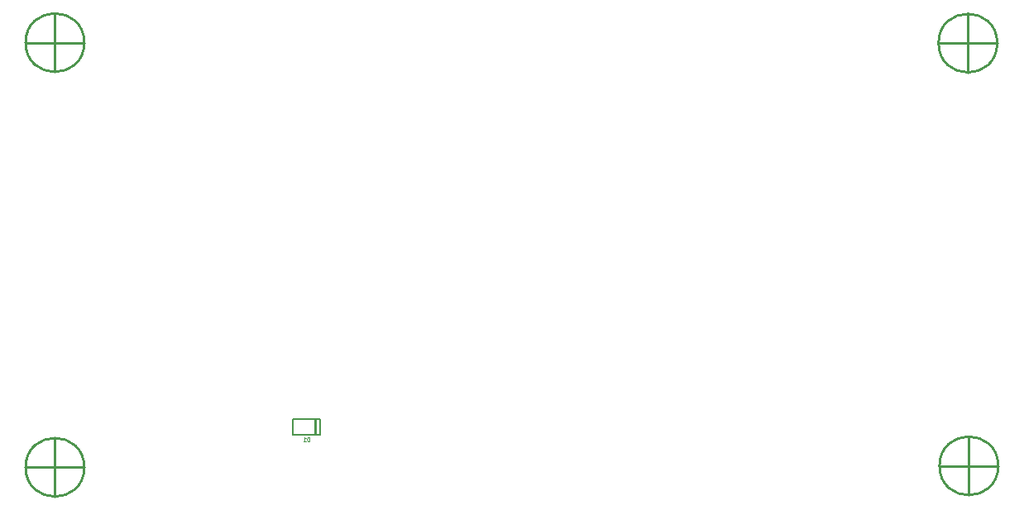
<source format=gbr>
G04 #@! TF.FileFunction,Legend,Bot*
%FSLAX46Y46*%
G04 Gerber Fmt 4.6, Leading zero omitted, Abs format (unit mm)*
G04 Created by KiCad (PCBNEW 4.0.7) date 10/01/18 00:26:36*
%MOMM*%
%LPD*%
G01*
G04 APERTURE LIST*
%ADD10C,0.100000*%
%ADD11C,0.127000*%
%ADD12C,0.254000*%
G04 APERTURE END LIST*
D10*
D11*
X119899160Y-96799900D02*
X119899160Y-98400100D01*
X120000760Y-98400100D02*
X120000760Y-96799900D01*
X117600460Y-98400100D02*
X120399540Y-98400100D01*
X120399540Y-98400100D02*
X120399540Y-96799900D01*
X120399540Y-96799900D02*
X117600460Y-96799900D01*
X117600460Y-96799900D02*
X117600460Y-98400100D01*
D12*
X186700000Y-55300000D02*
X186700000Y-61300000D01*
X183700000Y-58300000D02*
X189700000Y-58300000D01*
X189700000Y-58300000D02*
G75*
G03X189700000Y-58300000I-3000000J0D01*
G01*
X93250000Y-55250000D02*
X93250000Y-61250000D01*
X90250000Y-58250000D02*
X96250000Y-58250000D01*
X96250000Y-58250000D02*
G75*
G03X96250000Y-58250000I-3000000J0D01*
G01*
X93250000Y-98750000D02*
X93250000Y-104750000D01*
X90250000Y-101750000D02*
X96250000Y-101750000D01*
X96250000Y-101750000D02*
G75*
G03X96250000Y-101750000I-3000000J0D01*
G01*
X186800000Y-98600000D02*
X186800000Y-104600000D01*
X183800000Y-101600000D02*
X189800000Y-101600000D01*
X189800000Y-101600000D02*
G75*
G03X189800000Y-101600000I-3000000J0D01*
G01*
D10*
X119295238Y-99081432D02*
X119295238Y-98681432D01*
X119200000Y-98681432D01*
X119142857Y-98700480D01*
X119104762Y-98738575D01*
X119085714Y-98776670D01*
X119066666Y-98852861D01*
X119066666Y-98910004D01*
X119085714Y-98986194D01*
X119104762Y-99024290D01*
X119142857Y-99062385D01*
X119200000Y-99081432D01*
X119295238Y-99081432D01*
X118685714Y-99081432D02*
X118914286Y-99081432D01*
X118800000Y-99081432D02*
X118800000Y-98681432D01*
X118838095Y-98738575D01*
X118876190Y-98776670D01*
X118914286Y-98795718D01*
M02*

</source>
